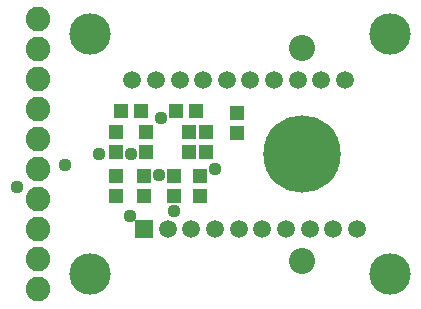
<source format=gts>
G75*
G70*
%OFA0B0*%
%FSLAX24Y24*%
%IPPOS*%
%LPD*%
%AMOC8*
5,1,8,0,0,1.08239X$1,22.5*
%
%ADD10R,0.0474X0.0513*%
%ADD11R,0.0513X0.0474*%
%ADD12C,0.0595*%
%ADD13R,0.0595X0.0595*%
%ADD14C,0.2580*%
%ADD15C,0.0867*%
%ADD16C,0.1380*%
%ADD17C,0.0820*%
%ADD18C,0.0440*%
D10*
X005000Y003840D03*
X005950Y003840D03*
X005950Y004510D03*
X005000Y004510D03*
X005000Y005290D03*
X005000Y005960D03*
X006000Y005960D03*
X006000Y005290D03*
X006950Y004510D03*
X007800Y004510D03*
X007800Y003840D03*
X006950Y003840D03*
X007450Y005290D03*
X008000Y005290D03*
X009050Y005940D03*
X008000Y005960D03*
X007450Y005960D03*
X009050Y006610D03*
D11*
X007685Y006675D03*
X007015Y006675D03*
X005835Y006675D03*
X005165Y006675D03*
D12*
X005557Y007705D03*
X006344Y007705D03*
X007132Y007705D03*
X007919Y007705D03*
X008707Y007705D03*
X009494Y007705D03*
X010281Y007705D03*
X011069Y007705D03*
X011856Y007705D03*
X012644Y007705D03*
X013037Y002745D03*
X012250Y002745D03*
X011463Y002745D03*
X010675Y002745D03*
X009888Y002745D03*
X009100Y002745D03*
X008313Y002745D03*
X007526Y002745D03*
X006738Y002745D03*
D13*
X005951Y002745D03*
D14*
X011219Y005225D03*
D15*
X011219Y008768D03*
X011219Y001682D03*
D16*
X014150Y001225D03*
X004150Y001225D03*
X004150Y009225D03*
X014150Y009225D03*
D17*
X002400Y000725D03*
X002400Y001725D03*
X002400Y002725D03*
X002400Y003725D03*
X002400Y004725D03*
X002400Y005725D03*
X002400Y006725D03*
X002400Y007725D03*
X002400Y008725D03*
X002400Y009725D03*
D18*
X006500Y006425D03*
X005500Y005225D03*
X004450Y005225D03*
X003300Y004875D03*
X001700Y004125D03*
X005490Y003185D03*
X006950Y003325D03*
X006450Y004525D03*
X008300Y004725D03*
M02*

</source>
